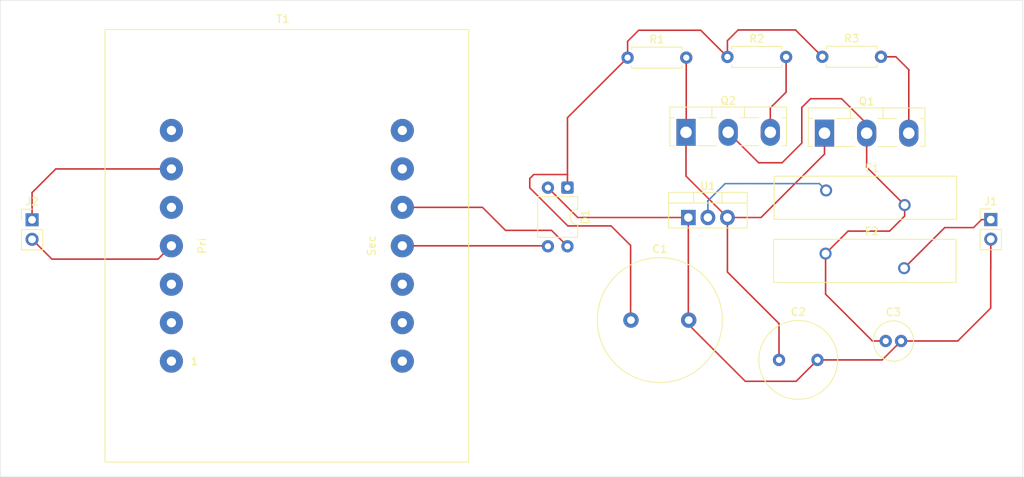
<source format=kicad_pcb>
(kicad_pcb (version 20241229) (generator "pcbnew") (generator_version "9.0")
  (layers (0 "F.Cu" signal) (2 "B.Cu" signal) (13 "F.Paste" user) (15 "B.Paste" user) (5 "F.SilkS" user "F.Silkscreen") (7 "B.SilkS" user "B.Silkscreen") (1 "F.Mask" user) (3 "B.Mask" user) (25 "Edge.Cuts" user))
  (net 0 "")
  (net 1 "GND")
  (net 2 "Net-(D1-+)")
  (net 3 "Net-(Q1-B)")
  (net 4 "Net-(Q1-C)")
  (net 5 "Net-(T1-SA)")
  (net 6 "Net-(T1-SB)")
  (net 7 "Net-(U1-VO)")
  (net 8 "Net-(J1-Pin_1)")
  (net 9 "Net-(Q1-E)")
  (net 10 "Net-(Q2-E)")
  (net 11 "Net-(J2-Pin_2)")
  (net 12 "Net-(J2-Pin_1)")
  (footprint "Capacitor_THT:C_Radial_D5.0mm_H11.0mm_P2.00mm" (layer "F.Cu") (at 185.62 97.71)
    (property "Reference" "C3" (at 1 -3.75 0) (layer "F.SilkS"))
    (property "Value" "10uF")
    (fp_circle (center 1 0) (end 3.62 0) (stroke (width 0.12)) (fill no) (layer "F.SilkS"))
    (pad "1" thru_hole circle (at 0 0) (size 1.6 1.6) (drill 0.8) (layers "*.Cu" "*.Mask") (net 4 "Net-(Q1-C)"))
    (pad "2" thru_hole circle (at 2 0) (size 1.6 1.6) (drill 0.8) (layers "*.Cu" "*.Mask") (net 1 "GND"))
  )
  (footprint "Fuse:Fuse_BelFuse_0ZRE0150FF_L23.4mm_W5.3mm" (layer "F.Cu") (at 177.81 86.34)
    (property "Reference" "F2" (at 6 -2.9 0) (layer "F.SilkS"))
    (property "Value" "Fuse 10A" (hide yes))
    (fp_line (start -6.75 -1.85) (end -6.75 3.75) (stroke (width 0.12)) (layer "F.SilkS"))
    (fp_line (start -6.75 -1.85) (end 16.95 -1.85) (stroke (width 0.12)) (layer "F.SilkS"))
    (fp_line (start -6.75 3.75) (end 16.95 3.75) (stroke (width 0.12)) (layer "F.SilkS"))
    (fp_line (start 16.95 -1.85) (end 16.95 3.75) (stroke (width 0.12)) (layer "F.SilkS"))
    (pad "1" thru_hole circle (at 0 0) (size 1.56 1.56) (drill 1.01) (layers "*.Cu" "*.Mask") (net 4 "Net-(Q1-C)"))
    (pad "2" thru_hole circle (at 10.2 1.9) (size 1.56 1.56) (drill 1.01) (layers "*.Cu" "*.Mask") (net 8 "Net-(J1-Pin_1)"))
  )
  (footprint "Connector_PinHeader_2.54mm:PinHeader_1x02_P2.54mm_Vertical" (layer "F.Cu") (at 199.27 81.92)
    (property "Reference" "J1" (at 0 -2.38 0) (layer "F.SilkS"))
    (property "Value" "Output 12V")
    (fp_line (start -1.38 -1.38) (end 0 -1.38) (stroke (width 0.12)) (layer "F.SilkS"))
    (fp_line (start -1.38 0) (end -1.38 -1.38) (stroke (width 0.12)) (layer "F.SilkS"))
    (fp_line (start -1.38 1.27) (end -1.38 3.92) (stroke (width 0.12)) (layer "F.SilkS"))
    (fp_line (start -1.38 1.27) (end 1.38 1.27) (stroke (width 0.12)) (layer "F.SilkS"))
    (fp_line (start -1.38 3.92) (end 1.38 3.92) (stroke (width 0.12)) (layer "F.SilkS"))
    (fp_line (start 1.38 1.27) (end 1.38 3.92) (stroke (width 0.12)) (layer "F.SilkS"))
    (pad "1" thru_hole rect (at 0 0) (size 1.7 1.7) (drill 1) (layers "*.Cu" "*.Mask") (net 8 "Net-(J1-Pin_1)"))
    (pad "2" thru_hole circle (at 0 2.54) (size 1.7 1.7) (drill 1) (layers "*.Cu" "*.Mask") (net 1 "GND"))
  )
  (footprint "Fuse:Fuse_BelFuse_0ZRE0150FF_L23.4mm_W5.3mm" (layer "F.Cu") (at 177.88 78.13)
    (property "Reference" "F1" (at 6 -2.9 0) (layer "F.SilkS"))
    (property "Value" "Fuse 1A" (hide yes))
    (fp_line (start -6.75 -1.85) (end -6.75 3.75) (stroke (width 0.12)) (layer "F.SilkS"))
    (fp_line (start -6.75 -1.85) (end 16.95 -1.85) (stroke (width 0.12)) (layer "F.SilkS"))
    (fp_line (start -6.75 3.75) (end 16.95 3.75) (stroke (width 0.12)) (layer "F.SilkS"))
    (fp_line (start 16.95 -1.85) (end 16.95 3.75) (stroke (width 0.12)) (layer "F.SilkS"))
    (pad "1" thru_hole circle (at 0 0) (size 1.56 1.56) (drill 1.01) (layers "*.Cu" "*.Mask") (net 7 "Net-(U1-VO)"))
    (pad "2" thru_hole circle (at 10.2 1.9) (size 1.56 1.56) (drill 1.01) (layers "*.Cu" "*.Mask") (net 4 "Net-(Q1-C)"))
  )
  (footprint "Package_TO_SOT_THT:TO-218-3_Vertical" (layer "F.Cu") (at 159.68 70.57)
    (property "Reference" "Q2" (at 5.48 -4.12 0) (layer "F.SilkS"))
    (property "Value" "TIP2955 with Heatsink")
    (fp_line (start -2.105 -3.28) (end -2.105 1.74) (stroke (width 0.12)) (layer "F.SilkS"))
    (fp_line (start -2.105 -3.28) (end 13.055 -3.28) (stroke (width 0.12)) (layer "F.SilkS"))
    (fp_line (start -2.105 -1.9) (end -1.51 -1.9) (stroke (width 0.12)) (layer "F.SilkS"))
    (fp_line (start -2.105 1.74) (end -1.51 1.74) (stroke (width 0.12)) (layer "F.SilkS"))
    (fp_line (start 1.51 -1.9) (end 3.965 -1.9) (stroke (width 0.12)) (layer "F.SilkS"))
    (fp_line (start 1.51 1.74) (end 3.965 1.74) (stroke (width 0.12)) (layer "F.SilkS"))
    (fp_line (start 3.36 -3.28) (end 3.36 -1.9) (stroke (width 0.12)) (layer "F.SilkS"))
    (fp_line (start 6.985 -1.9) (end 9.44 -1.9) (stroke (width 0.12)) (layer "F.SilkS"))
    (fp_line (start 6.985 1.74) (end 9.44 1.74) (stroke (width 0.12)) (layer "F.SilkS"))
    (fp_line (start 7.59 -3.28) (end 7.59 -1.9) (stroke (width 0.12)) (layer "F.SilkS"))
    (fp_line (start 12.46 -1.9) (end 13.055 -1.9) (stroke (width 0.12)) (layer "F.SilkS"))
    (fp_line (start 12.46 1.74) (end 13.055 1.74) (stroke (width 0.12)) (layer "F.SilkS"))
    (fp_line (start 13.055 -3.28) (end 13.055 1.74) (stroke (width 0.12)) (layer "F.SilkS"))
    (pad "1" thru_hole rect (at 0 0) (size 2.5 3.5) (drill 1.5) (layers "*.Cu" "*.Mask") (net 3 "Net-(Q1-B)"))
    (pad "2" thru_hole oval (at 5.475 0) (size 2.5 3.5) (drill 1.5) (layers "*.Cu" "*.Mask") (net 4 "Net-(Q1-C)"))
    (pad "3" thru_hole oval (at 10.95 0) (size 2.5 3.5) (drill 1.5) (layers "*.Cu" "*.Mask") (net 10 "Net-(Q2-E)"))
  )
  (footprint "Resistor_THT:R_Axial_DIN0207_L6.3mm_D2.5mm_P7.62mm_Horizontal" (layer "F.Cu") (at 165.06 60.77)
    (property "Reference" "R2" (at 3.81 -2.37 0) (layer "F.SilkS"))
    (property "Value" "0.1 Ohm 5W")
    (fp_line (start 0.54 -1.37) (end 7.08 -1.37) (stroke (width 0.12)) (layer "F.SilkS"))
    (fp_line (start 0.54 -1.04) (end 0.54 -1.37) (stroke (width 0.12)) (layer "F.SilkS"))
    (fp_line (start 0.54 1.04) (end 0.54 1.37) (stroke (width 0.12)) (layer "F.SilkS"))
    (fp_line (start 0.54 1.37) (end 7.08 1.37) (stroke (width 0.12)) (layer "F.SilkS"))
    (fp_line (start 7.08 -1.37) (end 7.08 -1.04) (stroke (width 0.12)) (layer "F.SilkS"))
    (fp_line (start 7.08 1.37) (end 7.08 1.04) (stroke (width 0.12)) (layer "F.SilkS"))
    (pad "1" thru_hole circle (at 0 0) (size 1.6 1.6) (drill 0.8) (layers "*.Cu" "*.Mask") (net 2 "Net-(D1-+)"))
    (pad "2" thru_hole circle (at 7.62 0) (size 1.6 1.6) (drill 0.8) (layers "*.Cu" "*.Mask") (net 10 "Net-(Q2-E)"))
  )
  (footprint "Resistor_THT:R_Axial_DIN0207_L6.3mm_D2.5mm_P7.62mm_Horizontal" (layer "F.Cu") (at 152.09 60.86)
    (property "Reference" "R1" (at 3.81 -2.37 0) (layer "F.SilkS"))
    (property "Value" "0.1 Ohm 5W")
    (fp_line (start 0.54 -1.37) (end 7.08 -1.37) (stroke (width 0.12)) (layer "F.SilkS"))
    (fp_line (start 0.54 -1.04) (end 0.54 -1.37) (stroke (width 0.12)) (layer "F.SilkS"))
    (fp_line (start 0.54 1.04) (end 0.54 1.37) (stroke (width 0.12)) (layer "F.SilkS"))
    (fp_line (start 0.54 1.37) (end 7.08 1.37) (stroke (width 0.12)) (layer "F.SilkS"))
    (fp_line (start 7.08 -1.37) (end 7.08 -1.04) (stroke (width 0.12)) (layer "F.SilkS"))
    (fp_line (start 7.08 1.37) (end 7.08 1.04) (stroke (width 0.12)) (layer "F.SilkS"))
    (pad "1" thru_hole circle (at 0 0) (size 1.6 1.6) (drill 0.8) (layers "*.Cu" "*.Mask") (net 2 "Net-(D1-+)"))
    (pad "2" thru_hole circle (at 7.62 0) (size 1.6 1.6) (drill 0.8) (layers "*.Cu" "*.Mask") (net 3 "Net-(Q1-B)"))
  )
  (footprint "Package_DIP:DIP-4_W7.62mm" (layer "F.Cu") (at 144.28 77.77 -90)
    (property "Reference" "D1" (at 3.81 -2.33 90) (layer "F.SilkS"))
    (property "Value" "10-50 PIV Bridge Rectifier")
    (fp_line (start 1.16 3.87) (end 6.46 3.87) (stroke (width 0.12)) (layer "F.SilkS"))
    (fp_line (start 6.46 3.87) (end 6.46 -1.33) (stroke (width 0.12)) (layer "F.SilkS"))
    (fp_line (start 1.16 -1.33) (end 1.16 3.87) (stroke (width 0.12)) (layer "F.SilkS"))
    (fp_line (start 2.81 -1.33) (end 1.16 -1.33) (stroke (width 0.12)) (layer "F.SilkS"))
    (fp_line (start 6.46 -1.33) (end 4.81 -1.33) (stroke (width 0.12)) (layer "F.SilkS"))
    (fp_arc (start 4.81 -1.33) (mid 3.81 -0.33) (end 2.81 -1.33) (stroke (width 0.12)) (layer "F.SilkS"))
    (pad "1" thru_hole roundrect (at 0 0 270) (size 1.6 1.6) (drill 0.8) (layers "*.Cu" "*.Mask") (roundrect_rratio 0.15625) (net 2 "Net-(D1-+)"))
    (pad "2" thru_hole circle (at 0 2.54 270) (size 1.6 1.6) (drill 0.8) (layers "*.Cu" "*.Mask") (net 1 "GND"))
    (pad "3" thru_hole circle (at 7.62 2.54 270) (size 1.6 1.6) (drill 0.8) (layers "*.Cu" "*.Mask") (net 6 "Net-(T1-SB)"))
    (pad "4" thru_hole circle (at 7.62 0 270) (size 1.6 1.6) (drill 0.8) (layers "*.Cu" "*.Mask") (net 5 "Net-(T1-SA)"))
  )
  (footprint "Capacitor_THT:C_Radial_D16.0mm_H25.0mm_P7.50mm" (layer "F.Cu") (at 152.53 94.99)
    (property "Reference" "C1" (at 3.75 -9.25 0) (layer "F.SilkS"))
    (property "Value" "47000uF 50V")
    (fp_circle (center 3.75 0) (end 11.87 0) (stroke (width 0.12)) (fill no) (layer "F.SilkS"))
    (pad "1" thru_hole circle (at 0 0) (size 2 2) (drill 1) (layers "*.Cu" "*.Mask") (net 2 "Net-(D1-+)"))
    (pad "2" thru_hole circle (at 7.5 0) (size 2 2) (drill 1) (layers "*.Cu" "*.Mask") (net 1 "GND"))
  )
  (footprint "Capacitor_THT:C_Radial_D10.0mm_H12.5mm_P5.00mm" (layer "F.Cu") (at 171.76 100.17)
    (property "Reference" "C2" (at 2.5 -6.25 0) (layer "F.SilkS"))
    (property "Value" "470uF")
    (fp_circle (center 2.5 0) (end 7.62 0) (stroke (width 0.12)) (fill no) (layer "F.SilkS"))
    (pad "1" thru_hole circle (at 0 0) (size 1.6 1.6) (drill 0.8) (layers "*.Cu" "*.Mask") (net 3 "Net-(Q1-B)"))
    (pad "2" thru_hole circle (at 5 0) (size 1.6 1.6) (drill 0.8) (layers "*.Cu" "*.Mask") (net 1 "GND"))
  )
  (footprint "Connector_PinHeader_2.54mm:PinHeader_1x02_P2.54mm_Vertical" (layer "F.Cu") (at 74.73 81.945)
    (property "Reference" "J2" (at 0 -2.38 0) (layer "F.SilkS"))
    (property "Value" "Conn_01x02" (hide yes))
    (fp_line (start -1.38 -1.38) (end 0 -1.38) (stroke (width 0.12)) (layer "F.SilkS"))
    (fp_line (start -1.38 0) (end -1.38 -1.38) (stroke (width 0.12)) (layer "F.SilkS"))
    (fp_line (start -1.38 1.27) (end -1.38 3.92) (stroke (width 0.12)) (layer "F.SilkS"))
    (fp_line (start -1.38 1.27) (end 1.38 1.27) (stroke (width 0.12)) (layer "F.SilkS"))
    (fp_line (start -1.38 3.92) (end 1.38 3.92) (stroke (width 0.12)) (layer "F.SilkS"))
    (fp_line (start 1.38 1.27) (end 1.38 3.92) (stroke (width 0.12)) (layer "F.SilkS"))
    (pad "1" thru_hole rect (at 0 0) (size 1.7 1.7) (drill 1) (layers "*.Cu" "*.Mask") (net 12 "Net-(J2-Pin_1)"))
    (pad "2" thru_hole circle (at 0 2.54) (size 1.7 1.7) (drill 1) (layers "*.Cu" "*.Mask") (net 11 "Net-(J2-Pin_2)"))
  )
  (footprint "Resistor_THT:R_Axial_DIN0207_L6.3mm_D2.5mm_P7.62mm_Horizontal" (layer "F.Cu") (at 177.39 60.75)
    (property "Reference" "R3" (at 3.81 -2.37 0) (layer "F.SilkS"))
    (property "Value" "0.1 Ohm 5W")
    (fp_line (start 0.54 -1.37) (end 7.08 -1.37) (stroke (width 0.12)) (layer "F.SilkS"))
    (fp_line (start 0.54 -1.04) (end 0.54 -1.37) (stroke (width 0.12)) (layer "F.SilkS"))
    (fp_line (start 0.54 1.04) (end 0.54 1.37) (stroke (width 0.12)) (layer "F.SilkS"))
    (fp_line (start 0.54 1.37) (end 7.08 1.37) (stroke (width 0.12)) (layer "F.SilkS"))
    (fp_line (start 7.08 -1.37) (end 7.08 -1.04) (stroke (width 0.12)) (layer "F.SilkS"))
    (fp_line (start 7.08 1.37) (end 7.08 1.04) (stroke (width 0.12)) (layer "F.SilkS"))
    (pad "1" thru_hole circle (at 0 0) (size 1.6 1.6) (drill 0.8) (layers "*.Cu" "*.Mask") (net 2 "Net-(D1-+)"))
    (pad "2" thru_hole circle (at 7.62 0) (size 1.6 1.6) (drill 0.8) (layers "*.Cu" "*.Mask") (net 9 "Net-(Q1-E)"))
  )
  (footprint "Package_TO_SOT_THT:TO-220-3_Vertical" (layer "F.Cu") (at 159.98 81.65)
    (property "Reference" "U1" (at 2.54 -4.1 0) (layer "F.SilkS"))
    (property "Value" "LM1084-5.0")
    (fp_line (start -2.57 -3.26) (end -2.57 1.36) (stroke (width 0.12)) (layer "F.SilkS"))
    (fp_line (start -2.57 -3.26) (end 7.65 -3.26) (stroke (width 0.12)) (layer "F.SilkS"))
    (fp_line (start -2.57 -1.88) (end 7.65 -1.88) (stroke (width 0.12)) (layer "F.SilkS"))
    (fp_line (start -2.57 1.36) (end 7.65 1.36) (stroke (width 0.12)) (layer "F.SilkS"))
    (fp_line (start 0.69 -3.26) (end 0.69 -1.88) (stroke (width 0.12)) (layer "F.SilkS"))
    (fp_line (start 4.39 -3.26) (end 4.39 -1.88) (stroke (width 0.12)) (layer "F.SilkS"))
    (fp_line (start 7.65 -3.26) (end 7.65 1.36) (stroke (width 0.12)) (layer "F.SilkS"))
    (pad "1" thru_hole rect (at 0 0) (size 1.905 2) (drill 1.1) (layers "*.Cu" "*.Mask") (net 1 "GND"))
    (pad "2" thru_hole oval (at 2.54 0) (size 1.905 2) (drill 1.1) (layers "*.Cu" "*.Mask") (net 7 "Net-(U1-VO)"))
    (pad "3" thru_hole oval (at 5.08 0) (size 1.905 2) (drill 1.1) (layers "*.Cu" "*.Mask") (net 3 "Net-(Q1-B)"))
  )
  (footprint "Transformer_THT:Transformer_CHK_EI54-12VA_1xSec" (layer "F.Cu") (at 92.83 100.33)
    (property "Reference" "T1" (at 14.5 -44.5 0) (layer "F.SilkS"))
    (property "Value" "12V - 10A Transformer")
    (fp_line (start -8.62 -43.12) (end -8.62 13.12) (stroke (width 0.12)) (layer "F.SilkS"))
    (fp_line (start -8.62 -43.12) (end 38.62 -43.12) (stroke (width 0.12)) (layer "F.SilkS"))
    (fp_line (start 38.62 13.12) (end -8.62 13.12) (stroke (width 0.12)) (layer "F.SilkS"))
    (fp_line (start 38.62 13.12) (end 38.62 -43.12) (stroke (width 0.12)) (layer "F.SilkS"))
    (fp_text user "Sec" (at 26 -15 90) (layer "F.SilkS"))
    (fp_text user "1" (at 3 0 0) (layer "F.SilkS"))
    (fp_text user "Pri" (at 4 -15 90) (layer "F.SilkS"))
    (pad "1" thru_hole circle (at 0 -25) (size 3 3) (drill 1.2) (layers "*.Cu" "*.Mask") (net 12 "Net-(J2-Pin_1)"))
    (pad "2" thru_hole circle (at 0 -15) (size 3 3) (drill 1.2) (layers "*.Cu" "*.Mask") (net 11 "Net-(J2-Pin_2)"))
    (pad "3" thru_hole circle (at 30 -20) (size 3 3) (drill 1.2) (layers "*.Cu" "*.Mask") (net 5 "Net-(T1-SA)"))
    (pad "4" thru_hole circle (at 30 -15) (size 3 3) (drill 1.2) (layers "*.Cu" "*.Mask") (net 6 "Net-(T1-SB)"))
    (pad "5" thru_hole circle (at 0 -20) (size 3 3) (drill 1.2) (layers "*.Cu" "*.Mask"))
    (pad "6" thru_hole circle (at 0 0) (size 3 3) (drill 1.2) (layers "*.Cu" "*.Mask"))
    (pad "7" thru_hole circle (at 0 -30) (size 3 3) (drill 1.2) (layers "*.Cu" "*.Mask"))
    (pad "8" thru_hole circle (at 30 -30) (size 3 3) (drill 1.2) (layers "*.Cu" "*.Mask"))
    (pad "9" thru_hole circle (at 30 -25) (size 3 3) (drill 1.2) (layers "*.Cu" "*.Mask"))
    (pad "10" thru_hole circle (at 0 -10) (size 3 3) (drill 1.2) (layers "*.Cu" "*.Mask"))
    (pad "11" thru_hole circle (at 0 -5) (size 3 3) (drill 1.2) (layers "*.Cu" "*.Mask"))
    (pad "12" thru_hole circle (at 30 -10) (size 3 3) (drill 1.2) (layers "*.Cu" "*.Mask"))
    (pad "13" thru_hole circle (at 30 -5) (size 3 3) (drill 1.2) (layers "*.Cu" "*.Mask"))
    (pad "14" thru_hole circle (at 30 0) (size 3 3) (drill 1.2) (layers "*.Cu" "*.Mask"))
  )
  (footprint "Package_TO_SOT_THT:TO-218-3_Vertical" (layer "F.Cu") (at 177.67 70.68)
    (property "Reference" "Q1" (at 5.48 -4.12 0) (layer "F.SilkS"))
    (property "Value" "TIP2955 with Heatsink")
    (fp_line (start -2.105 -3.28) (end -2.105 1.74) (stroke (width 0.12)) (layer "F.SilkS"))
    (fp_line (start -2.105 -3.28) (end 13.055 -3.28) (stroke (width 0.12)) (layer "F.SilkS"))
    (fp_line (start -2.105 -1.9) (end -1.51 -1.9) (stroke (width 0.12)) (layer "F.SilkS"))
    (fp_line (start -2.105 1.74) (end -1.51 1.74) (stroke (width 0.12)) (layer "F.SilkS"))
    (fp_line (start 1.51 -1.9) (end 3.965 -1.9) (stroke (width 0.12)) (layer "F.SilkS"))
    (fp_line (start 1.51 1.74) (end 3.965 1.74) (stroke (width 0.12)) (layer "F.SilkS"))
    (fp_line (start 3.36 -3.28) (end 3.36 -1.9) (stroke (width 0.12)) (layer "F.SilkS"))
    (fp_line (start 6.985 -1.9) (end 9.44 -1.9) (stroke (width 0.12)) (layer "F.SilkS"))
    (fp_line (start 6.985 1.74) (end 9.44 1.74) (stroke (width 0.12)) (layer "F.SilkS"))
    (fp_line (start 7.59 -3.28) (end 7.59 -1.9) (stroke (width 0.12)) (layer "F.SilkS"))
    (fp_line (start 12.46 -1.9) (end 13.055 -1.9) (stroke (width 0.12)) (layer "F.SilkS"))
    (fp_line (start 12.46 1.74) (end 13.055 1.74) (stroke (width 0.12)) (layer "F.SilkS"))
    (fp_line (start 13.055 -3.28) (end 13.055 1.74) (stroke (width 0.12)) (layer "F.SilkS"))
    (pad "1" thru_hole rect (at 0 0) (size 2.5 3.5) (drill 1.5) (layers "*.Cu" "*.Mask") (net 3 "Net-(Q1-B)"))
    (pad "2" thru_hole oval (at 5.475 0) (size 2.5 3.5) (drill 1.5) (layers "*.Cu" "*.Mask") (net 4 "Net-(Q1-C)"))
    (pad "3" thru_hole oval (at 10.95 0) (size 2.5 3.5) (drill 1.5) (layers "*.Cu" "*.Mask") (net 9 "Net-(Q1-E)"))
  )
  (gr_rect (start 70.59 53.39) (end 203.4 115.38) (stroke (width 0.05)) (fill no) (layer "Edge.Cuts"))
  (segment (start 194.98 97.71) (end 199.26 93.43) (width 0.2) (layer "F.Cu") (net 1))
  (segment (start 199.26 93.43) (end 199.26 88.36) (width 0.2) (layer "F.Cu") (net 1))
  (segment (start 145.62 81.65) (end 159.98 81.65) (width 0.2) (layer "F.Cu") (net 1))
  (segment (start 185.16 100.17) (end 187.62 97.71) (width 0.2) (layer "F.Cu") (net 1))
  (segment (start 160.03 94.72) (end 160.03 94.99) (width 0.2) (layer "F.Cu") (net 1))
  (segment (start 187.62 97.71) (end 194.98 97.71) (width 0.2) (layer "F.Cu") (net 1))
  (segment (start 173.98 102.95) (end 176.76 100.17) (width 0.2) (layer "F.Cu") (net 1))
  (segment (start 167.42 102.95) (end 173.98 102.95) (width 0.2) (layer "F.Cu") (net 1))
  (segment (start 160.03 94.99) (end 160.03 95.6) (width 0.2) (layer "F.Cu") (net 1))
  (segment (start 159.98 94.67) (end 160.03 94.72) (width 0.2) (layer "F.Cu") (net 1))
  (segment (start 141.74 77.77) (end 145.62 81.65) (width 0.2) (layer "F.Cu") (net 1))
  (segment (start 159.98 81.65) (end 159.98 94.67) (width 0.2) (layer "F.Cu") (net 1))
  (segment (start 176.76 100.17) (end 182.7 100.17) (width 0.2) (layer "F.Cu") (net 1))
  (segment (start 199.26 88.36) (end 199.27 88.35) (width 0.2) (layer "F.Cu") (net 1))
  (segment (start 167.38 102.95) (end 167.42 102.95) (width 0.2) (layer "F.Cu") (net 1))
  (segment (start 160.03 95.6) (end 167.38 102.95) (width 0.2) (layer "F.Cu") (net 1))
  (segment (start 199.27 88.35) (end 199.27 84.46) (width 0.2) (layer "F.Cu") (net 1))
  (segment (start 182.7 100.17) (end 185.16 100.17) (width 0.2) (layer "F.Cu") (net 1))
  (segment (start 173.9 57.26) (end 177.39 60.75) (width 0.2) (layer "F.Cu") (net 2))
  (segment (start 139.38 76.58) (end 139.9 76.06) (width 0.2) (layer "F.Cu") (net 2))
  (segment (start 152.48 94.67) (end 152.48 85.28) (width 0.2) (layer "F.Cu") (net 2))
  (segment (start 153.53 57.3) (end 161.59 57.3) (width 0.2) (layer "F.Cu") (net 2))
  (segment (start 152.53 94.72) (end 152.48 94.67) (width 0.2) (layer "F.Cu") (net 2))
  (segment (start 166.45 57.26) (end 173.9 57.26) (width 0.2) (layer "F.Cu") (net 2))
  (segment (start 144.28 77.77) (end 144.28 76.08) (width 0.2) (layer "F.Cu") (net 2))
  (segment (start 161.59 57.3) (end 165.06 60.77) (width 0.2) (layer "F.Cu") (net 2))
  (segment (start 144.28 76.08) (end 144.28 68.67) (width 0.2) (layer "F.Cu") (net 2))
  (segment (start 166.45 57.26) (end 165.06 58.65) (width 0.2) (layer "F.Cu") (net 2))
  (segment (start 165.06 58.65) (end 165.06 60.77) (width 0.2) (layer "F.Cu") (net 2))
  (segment (start 139.38 77.79) (end 139.38 76.58) (width 0.2) (layer "F.Cu") (net 2))
  (segment (start 152.09 58.74) (end 153.53 57.3) (width 0.2) (layer "F.Cu") (net 2))
  (segment (start 139.9 76.06) (end 144.26 76.06) (width 0.2) (layer "F.Cu") (net 2))
  (segment (start 152.09 60.86) (end 152.09 58.74) (width 0.2) (layer "F.Cu") (net 2))
  (segment (start 144.33 82.74) (end 139.38 77.79) (width 0.2) (layer "F.Cu") (net 2))
  (segment (start 152.53 94.99) (end 152.53 94.72) (width 0.2) (layer "F.Cu") (net 2))
  (segment (start 144.26 76.06) (end 144.28 76.08) (width 0.2) (layer "F.Cu") (net 2))
  (segment (start 144.28 68.67) (end 152.09 60.86) (width 0.2) (layer "F.Cu") (net 2))
  (segment (start 149.94 82.74) (end 144.33 82.74) (width 0.2) (layer "F.Cu") (net 2))
  (segment (start 152.48 85.28) (end 149.94 82.74) (width 0.2) (layer "F.Cu") (net 2))
  (segment (start 159.68 76.27) (end 165.06 81.65) (width 0.2) (layer "F.Cu") (net 3))
  (segment (start 165.06 81.65) (end 169.42 81.65) (width 0.2) (layer "F.Cu") (net 3))
  (segment (start 169.42 81.65) (end 177.67 73.4) (width 0.2) (layer "F.Cu") (net 3))
  (segment (start 171.76 95.44) (end 165.06 88.74) (width 0.2) (layer "F.Cu") (net 3))
  (segment (start 177.67 73.4) (end 177.67 70.68) (width 0.2) (layer "F.Cu") (net 3))
  (segment (start 159.71 60.86) (end 159.71 70.54) (width 0.2) (layer "F.Cu") (net 3))
  (segment (start 165.06 88.74) (end 165.06 81.65) (width 0.2) (layer "F.Cu") (net 3))
  (segment (start 171.76 100.17) (end 171.76 95.44) (width 0.2) (layer "F.Cu") (net 3))
  (segment (start 159.68 70.57) (end 159.68 76.27) (width 0.2) (layer "F.Cu") (net 3))
  (segment (start 159.71 70.54) (end 159.68 70.57) (width 0.2) (layer "F.Cu") (net 3))
  (segment (start 175.86 66.2) (end 179.89 66.2) (width 0.2) (layer "F.Cu") (net 4))
  (segment (start 177.81 91.62) (end 177.81 86.34) (width 0.2) (layer "F.Cu") (net 4))
  (segment (start 188.08 81.46) (end 188.08 80.03) (width 0.2) (layer "F.Cu") (net 4))
  (segment (start 172.16 74.53) (end 174.72 71.97) (width 0.2) (layer "F.Cu") (net 4))
  (segment (start 183.145 75.095) (end 188.08 80.03) (width 0.2) (layer "F.Cu") (net 4))
  (segment (start 169.115 74.53) (end 172.16 74.53) (width 0.2) (layer "F.Cu") (net 4))
  (segment (start 185.62 97.71) (end 183.9 97.71) (width 0.2) (layer "F.Cu") (net 4))
  (segment (start 183.145 69.455) (end 183.145 70.68) (width 0.2) (layer "F.Cu") (net 4))
  (segment (start 186.12 83.42) (end 188.08 81.46) (width 0.2) (layer "F.Cu") (net 4))
  (segment (start 179.89 66.2) (end 183.145 69.455) (width 0.2) (layer "F.Cu") (net 4))
  (segment (start 183.9 97.71) (end 177.81 91.62) (width 0.2) (layer "F.Cu") (net 4))
  (segment (start 174.72 71.97) (end 174.72 67.34) (width 0.2) (layer "F.Cu") (net 4))
  (segment (start 180.73 83.42) (end 186.12 83.42) (width 0.2) (layer "F.Cu") (net 4))
  (segment (start 174.72 67.34) (end 175.86 66.2) (width 0.2) (layer "F.Cu") (net 4))
  (segment (start 165.155 70.57) (end 169.115 74.53) (width 0.2) (layer "F.Cu") (net 4))
  (segment (start 177.81 86.34) (end 180.73 83.42) (width 0.2) (layer "F.Cu") (net 4))
  (segment (start 183.145 70.68) (end 183.145 75.095) (width 0.2) (layer "F.Cu") (net 4))
  (segment (start 122.83 80.33) (end 133.24 80.33) (width 0.2) (layer "F.Cu") (net 5))
  (segment (start 133.24 80.33) (end 136.23 83.32) (width 0.2) (layer "F.Cu") (net 5))
  (segment (start 136.23 83.32) (end 142.21 83.32) (width 0.2) (layer "F.Cu") (net 5))
  (segment (start 142.21 83.32) (end 144.28 85.39) (width 0.2) (layer "F.Cu") (net 5))
  (segment (start 122.83 85.33) (end 141.68 85.33) (width 0.2) (layer "F.Cu") (net 6))
  (segment (start 141.68 85.33) (end 141.74 85.39) (width 0.2) (layer "F.Cu") (net 6))
  (segment (start 162.52 79.48) (end 164.76 77.24) (width 0.2) (layer "B.Cu") (net 7))
  (segment (start 176.99 77.24) (end 177.88 78.13) (width 0.2) (layer "B.Cu") (net 7))
  (segment (start 162.52 81.65) (end 162.52 79.48) (width 0.2) (layer "B.Cu") (net 7))
  (segment (start 164.76 77.24) (end 176.99 77.24) (width 0.2) (layer "B.Cu") (net 7))
  (segment (start 188.01 88.24) (end 193.29 82.96) (width 0.2) (layer "F.Cu") (net 8))
  (segment (start 193.29 82.96) (end 197.03 82.96) (width 0.2) (layer "F.Cu") (net 8))
  (segment (start 198.07 81.92) (end 199.27 81.92) (width 0.2) (layer "F.Cu") (net 8))
  (segment (start 197.03 82.96) (end 198.07 81.92) (width 0.2) (layer "F.Cu") (net 8))
  (segment (start 185.01 60.75) (end 186.94 60.75) (width 0.2) (layer "F.Cu") (net 9))
  (segment (start 186.94 60.75) (end 188.65 62.46) (width 0.2) (layer "F.Cu") (net 9))
  (segment (start 188.65 62.46) (end 188.62 62.49) (width 0.2) (layer "F.Cu") (net 9))
  (segment (start 188.62 62.49) (end 188.62 70.68) (width 0.2) (layer "F.Cu") (net 9))
  (segment (start 170.63 70.57) (end 170.63 67.4) (width 0.2) (layer "F.Cu") (net 10))
  (segment (start 172.68 65.35) (end 172.68 60.77) (width 0.2) (layer "F.Cu") (net 10))
  (segment (start 170.63 67.4) (end 172.68 65.35) (width 0.2) (layer "F.Cu") (net 10))
  (segment (start 74.73 84.485) (end 77.305 87.06) (width 0.2) (layer "F.Cu") (net 11))
  (segment (start 77.305 87.06) (end 91.1 87.06) (width 0.2) (layer "F.Cu") (net 11))
  (segment (start 91.1 87.06) (end 92.83 85.33) (width 0.2) (layer "F.Cu") (net 11))
  (segment (start 74.73 78.41) (end 77.81 75.33) (width 0.2) (layer "F.Cu") (net 12))
  (segment (start 74.73 81.945) (end 74.73 78.41) (width 0.2) (layer "F.Cu") (net 12))
  (segment (start 77.81 75.33) (end 92.83 75.33) (width 0.2) (layer "F.Cu") (net 12))
)
</source>
